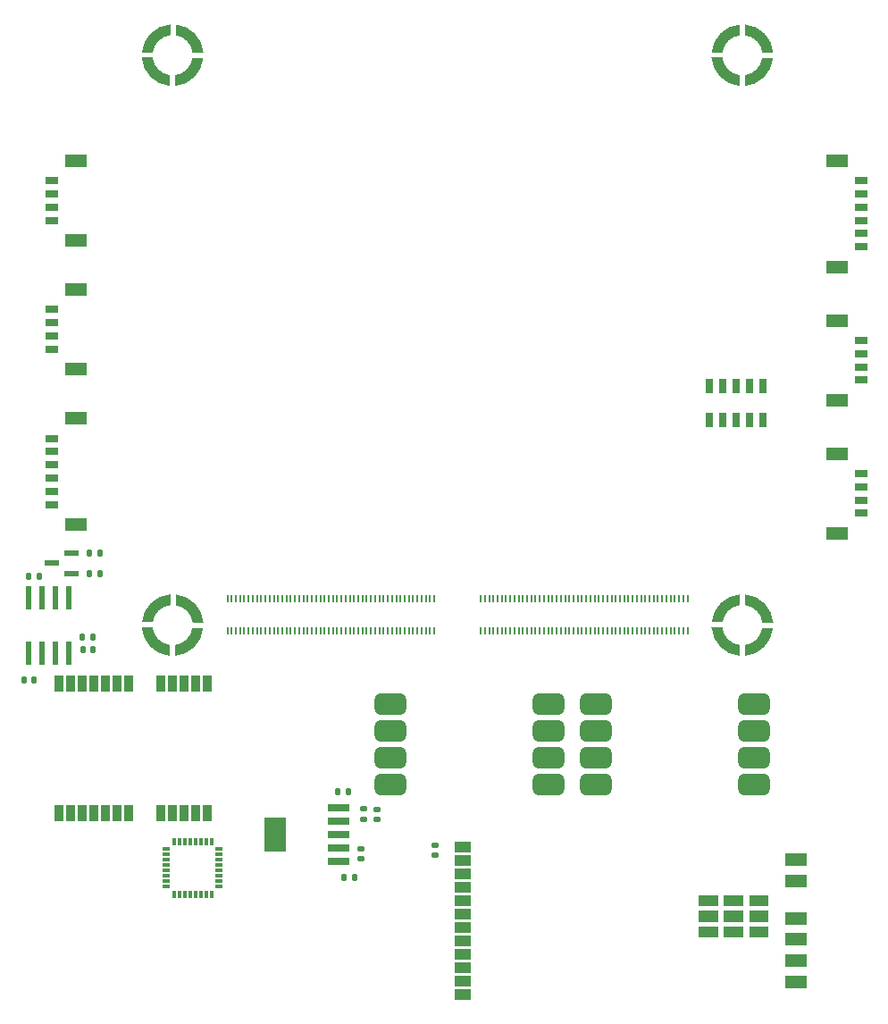
<source format=gbr>
%TF.GenerationSoftware,KiCad,Pcbnew,8.0.4*%
%TF.CreationDate,2024-08-06T11:45:16-05:00*%
%TF.ProjectId,sqrt_of_g_temp,73717274-5f6f-4665-9f67-5f74656d702e,1.0.1*%
%TF.SameCoordinates,Original*%
%TF.FileFunction,Paste,Top*%
%TF.FilePolarity,Positive*%
%FSLAX46Y46*%
G04 Gerber Fmt 4.6, Leading zero omitted, Abs format (unit mm)*
G04 Created by KiCad (PCBNEW 8.0.4) date 2024-08-06 11:45:16*
%MOMM*%
%LPD*%
G01*
G04 APERTURE LIST*
G04 Aperture macros list*
%AMRoundRect*
0 Rectangle with rounded corners*
0 $1 Rounding radius*
0 $2 $3 $4 $5 $6 $7 $8 $9 X,Y pos of 4 corners*
0 Add a 4 corners polygon primitive as box body*
4,1,4,$2,$3,$4,$5,$6,$7,$8,$9,$2,$3,0*
0 Add four circle primitives for the rounded corners*
1,1,$1+$1,$2,$3*
1,1,$1+$1,$4,$5*
1,1,$1+$1,$6,$7*
1,1,$1+$1,$8,$9*
0 Add four rect primitives between the rounded corners*
20,1,$1+$1,$2,$3,$4,$5,0*
20,1,$1+$1,$4,$5,$6,$7,0*
20,1,$1+$1,$6,$7,$8,$9,0*
20,1,$1+$1,$8,$9,$2,$3,0*%
G04 Aperture macros list end*
%ADD10C,0.000000*%
%ADD11C,0.120000*%
%ADD12R,0.812800X1.625600*%
%ADD13RoundRect,0.135000X-0.135000X-0.185000X0.135000X-0.185000X0.135000X0.185000X-0.135000X0.185000X0*%
%ADD14R,1.200000X0.800000*%
%ADD15R,2.150000X1.300000*%
%ADD16RoundRect,0.135000X0.135000X0.185000X-0.135000X0.185000X-0.135000X-0.185000X0.135000X-0.185000X0*%
%ADD17RoundRect,0.500000X-1.000000X-0.500000X1.000000X-0.500000X1.000000X0.500000X-1.000000X0.500000X0*%
%ADD18R,0.740000X1.470000*%
%ADD19R,0.609600X2.209800*%
%ADD20R,0.304800X0.762000*%
%ADD21R,0.762000X0.304800*%
%ADD22R,0.200000X0.700000*%
%ADD23RoundRect,0.140000X-0.170000X0.140000X-0.170000X-0.140000X0.170000X-0.140000X0.170000X0.140000X0*%
%ADD24R,1.320800X0.558800*%
%ADD25RoundRect,0.140000X-0.140000X-0.170000X0.140000X-0.170000X0.140000X0.170000X-0.140000X0.170000X0*%
%ADD26R,1.500000X0.975000*%
%ADD27R,2.000000X1.300000*%
%ADD28RoundRect,0.140000X0.170000X-0.140000X0.170000X0.140000X-0.170000X0.140000X-0.170000X-0.140000X0*%
%ADD29R,2.000000X0.650000*%
%ADD30R,2.000000X3.200000*%
%ADD31RoundRect,0.140000X0.140000X0.170000X-0.140000X0.170000X-0.140000X-0.170000X0.140000X-0.170000X0*%
%ADD32RoundRect,0.135000X0.185000X-0.135000X0.185000X0.135000X-0.185000X0.135000X-0.185000X-0.135000X0*%
G04 APERTURE END LIST*
D10*
%TO.C,H3*%
G36*
X173332924Y-111737517D02*
G01*
X173332924Y-111737517D01*
G75*
G03*
X174953613Y-113397515I1880676J215017D01*
G01*
X174953613Y-114427516D01*
G75*
G02*
X172304937Y-111737517I259987J2905016D01*
G01*
X173332924Y-111737517D01*
G37*
G36*
X175005624Y-109621415D02*
G01*
X175005624Y-109621415D01*
G75*
G03*
X173345626Y-111242104I214976J-1880685D01*
G01*
X172315625Y-111242104D01*
G75*
G02*
X175005624Y-108593428I2904975J-259996D01*
G01*
X175005624Y-109621415D01*
G37*
G36*
X178136566Y-111787292D02*
G01*
X178136566Y-111787292D01*
G75*
G02*
X175446567Y-114435968I-2904966J259992D01*
G01*
X175446567Y-113407981D01*
G75*
G03*
X177106565Y-111787292I-214967J1880681D01*
G01*
X178136566Y-111787292D01*
G37*
G36*
X175515859Y-108599134D02*
G01*
X175515859Y-108599134D01*
G75*
G02*
X178164535Y-111289133I-259959J-2904966D01*
G01*
X177136548Y-111289133D01*
G75*
G03*
X175515859Y-109629135I-1880648J-214967D01*
G01*
X175515859Y-108599134D01*
G37*
%TO.C,H4*%
G36*
X119332924Y-111737517D02*
G01*
X119332924Y-111737517D01*
G75*
G03*
X120953613Y-113397515I1880676J215017D01*
G01*
X120953613Y-114427516D01*
G75*
G02*
X118304937Y-111737517I259987J2905016D01*
G01*
X119332924Y-111737517D01*
G37*
G36*
X121005624Y-109621415D02*
G01*
X121005624Y-109621415D01*
G75*
G03*
X119345626Y-111242104I214976J-1880685D01*
G01*
X118315625Y-111242104D01*
G75*
G02*
X121005624Y-108593428I2904975J-259996D01*
G01*
X121005624Y-109621415D01*
G37*
G36*
X124136566Y-111787292D02*
G01*
X124136566Y-111787292D01*
G75*
G02*
X121446567Y-114435968I-2904966J259992D01*
G01*
X121446567Y-113407981D01*
G75*
G03*
X123106565Y-111787292I-214967J1880681D01*
G01*
X124136566Y-111787292D01*
G37*
G36*
X121515859Y-108599134D02*
G01*
X121515859Y-108599134D01*
G75*
G02*
X124164535Y-111289133I-259959J-2904966D01*
G01*
X123136548Y-111289133D01*
G75*
G03*
X121515859Y-109629135I-1880648J-214967D01*
G01*
X121515859Y-108599134D01*
G37*
%TO.C,H2*%
G36*
X173332924Y-57737517D02*
G01*
X173332924Y-57737517D01*
G75*
G03*
X174953613Y-59397515I1880676J215017D01*
G01*
X174953613Y-60427516D01*
G75*
G02*
X172304937Y-57737517I259987J2905016D01*
G01*
X173332924Y-57737517D01*
G37*
G36*
X175005624Y-55621415D02*
G01*
X175005624Y-55621415D01*
G75*
G03*
X173345626Y-57242104I214976J-1880685D01*
G01*
X172315625Y-57242104D01*
G75*
G02*
X175005624Y-54593428I2904975J-259996D01*
G01*
X175005624Y-55621415D01*
G37*
G36*
X178136566Y-57787292D02*
G01*
X178136566Y-57787292D01*
G75*
G02*
X175446567Y-60435968I-2904966J259992D01*
G01*
X175446567Y-59407981D01*
G75*
G03*
X177106565Y-57787292I-214967J1880681D01*
G01*
X178136566Y-57787292D01*
G37*
G36*
X175515859Y-54599134D02*
G01*
X175515859Y-54599134D01*
G75*
G02*
X178164535Y-57289133I-259959J-2904966D01*
G01*
X177136548Y-57289133D01*
G75*
G03*
X175515859Y-55629135I-1880648J-214967D01*
G01*
X175515859Y-54599134D01*
G37*
%TO.C,H1*%
G36*
X119332924Y-57737517D02*
G01*
X119332924Y-57737517D01*
G75*
G03*
X120953613Y-59397515I1880676J215017D01*
G01*
X120953613Y-60427516D01*
G75*
G02*
X118304937Y-57737517I259987J2905016D01*
G01*
X119332924Y-57737517D01*
G37*
G36*
X121005624Y-55621415D02*
G01*
X121005624Y-55621415D01*
G75*
G03*
X119345626Y-57242104I214976J-1880685D01*
G01*
X118315625Y-57242104D01*
G75*
G02*
X121005624Y-54593428I2904975J-259996D01*
G01*
X121005624Y-55621415D01*
G37*
G36*
X124136566Y-57787292D02*
G01*
X124136566Y-57787292D01*
G75*
G02*
X121446567Y-60435968I-2904966J259992D01*
G01*
X121446567Y-59407981D01*
G75*
G03*
X123106565Y-57787292I-214967J1880681D01*
G01*
X124136566Y-57787292D01*
G37*
G36*
X121515859Y-54599134D02*
G01*
X121515859Y-54599134D01*
G75*
G02*
X124164535Y-57289133I-259959J-2904966D01*
G01*
X123136548Y-57289133D01*
G75*
G03*
X121515859Y-55629135I-1880648J-214967D01*
G01*
X121515859Y-54599134D01*
G37*
%TO.C,U6*%
D11*
X172832500Y-138040000D02*
X171097500Y-138040000D01*
X171097500Y-137100000D01*
X172832500Y-137100000D01*
X172832500Y-138040000D01*
G36*
X172832500Y-138040000D02*
G01*
X171097500Y-138040000D01*
X171097500Y-137100000D01*
X172832500Y-137100000D01*
X172832500Y-138040000D01*
G37*
X172832500Y-139530000D02*
X171097500Y-139530000D01*
X171097500Y-138590000D01*
X172832500Y-138590000D01*
X172832500Y-139530000D01*
G36*
X172832500Y-139530000D02*
G01*
X171097500Y-139530000D01*
X171097500Y-138590000D01*
X172832500Y-138590000D01*
X172832500Y-139530000D01*
G37*
X172832500Y-141020000D02*
X171097500Y-141020000D01*
X171097500Y-140080000D01*
X172832500Y-140080000D01*
X172832500Y-141020000D01*
G36*
X172832500Y-141020000D02*
G01*
X171097500Y-141020000D01*
X171097500Y-140080000D01*
X172832500Y-140080000D01*
X172832500Y-141020000D01*
G37*
X175227500Y-138040000D02*
X173492500Y-138040000D01*
X173492500Y-137100000D01*
X175227500Y-137100000D01*
X175227500Y-138040000D01*
G36*
X175227500Y-138040000D02*
G01*
X173492500Y-138040000D01*
X173492500Y-137100000D01*
X175227500Y-137100000D01*
X175227500Y-138040000D01*
G37*
X175227500Y-139530000D02*
X173492500Y-139530000D01*
X173492500Y-138590000D01*
X175227500Y-138590000D01*
X175227500Y-139530000D01*
G36*
X175227500Y-139530000D02*
G01*
X173492500Y-139530000D01*
X173492500Y-138590000D01*
X175227500Y-138590000D01*
X175227500Y-139530000D01*
G37*
X175227500Y-141020000D02*
X173492500Y-141020000D01*
X173492500Y-140080000D01*
X175227500Y-140080000D01*
X175227500Y-141020000D01*
G36*
X175227500Y-141020000D02*
G01*
X173492500Y-141020000D01*
X173492500Y-140080000D01*
X175227500Y-140080000D01*
X175227500Y-141020000D01*
G37*
X177622500Y-138040000D02*
X175887500Y-138040000D01*
X175887500Y-137100000D01*
X177622500Y-137100000D01*
X177622500Y-138040000D01*
G36*
X177622500Y-138040000D02*
G01*
X175887500Y-138040000D01*
X175887500Y-137100000D01*
X177622500Y-137100000D01*
X177622500Y-138040000D01*
G37*
X177622500Y-139530000D02*
X175887500Y-139530000D01*
X175887500Y-138590000D01*
X177622500Y-138590000D01*
X177622500Y-139530000D01*
G36*
X177622500Y-139530000D02*
G01*
X175887500Y-139530000D01*
X175887500Y-138590000D01*
X177622500Y-138590000D01*
X177622500Y-139530000D01*
G37*
X177622500Y-141020000D02*
X175887500Y-141020000D01*
X175887500Y-140080000D01*
X177622500Y-140080000D01*
X177622500Y-141020000D01*
G36*
X177622500Y-141020000D02*
G01*
X175887500Y-141020000D01*
X175887500Y-140080000D01*
X177622500Y-140080000D01*
X177622500Y-141020000D01*
G37*
%TD*%
D12*
%TO.C,U7*%
X110490000Y-129289903D03*
X111590000Y-129289903D03*
X112690000Y-129289903D03*
X113790000Y-129289903D03*
X114890000Y-129289903D03*
X115990000Y-129289903D03*
X117090000Y-129289903D03*
X120090000Y-129289903D03*
X121190000Y-129289903D03*
X122290000Y-129289903D03*
X123390000Y-129289903D03*
X124490000Y-129289903D03*
X124490000Y-117089903D03*
X123390000Y-117089903D03*
X122290000Y-117089903D03*
X121190000Y-117089903D03*
X120090000Y-117089903D03*
X117090000Y-117089903D03*
X115990000Y-117089903D03*
X114890000Y-117089903D03*
X113790000Y-117089903D03*
X112690000Y-117089903D03*
X111590000Y-117089903D03*
X110490000Y-117089903D03*
%TD*%
D13*
%TO.C,R1*%
X137490001Y-135440000D03*
X138509999Y-135440000D03*
%TD*%
D14*
%TO.C,J12*%
X109780000Y-93825349D03*
X109780000Y-95075348D03*
X109780000Y-96325349D03*
X109780000Y-97575348D03*
X109780000Y-98825349D03*
X109780000Y-100075348D03*
D15*
X112074999Y-91925348D03*
X112074998Y-101975350D03*
%TD*%
D16*
%TO.C,R22*%
X113720000Y-112640000D03*
X112700002Y-112640000D03*
%TD*%
D17*
%TO.C,U9*%
X141860000Y-118980000D03*
X141860000Y-121520000D03*
X141860000Y-124060000D03*
X141860000Y-126600000D03*
X156860000Y-118980000D03*
X156860000Y-121520000D03*
X156860000Y-124060000D03*
X156860000Y-126600000D03*
%TD*%
D16*
%TO.C,R31*%
X108608100Y-106886200D03*
X107588100Y-106886200D03*
%TD*%
D14*
%TO.C,J4*%
X186474999Y-75654999D03*
X186474999Y-74405000D03*
X186474999Y-73154999D03*
X186474999Y-71905000D03*
X186474999Y-70654999D03*
X186474999Y-69405000D03*
D15*
X184180000Y-77555000D03*
X184180001Y-67504998D03*
%TD*%
D14*
%TO.C,J2*%
X109780000Y-69405349D03*
X109780000Y-70655348D03*
X109780000Y-71905349D03*
X109780000Y-73155348D03*
D15*
X112074999Y-67505348D03*
X112074998Y-75055350D03*
%TD*%
D18*
%TO.C,J5*%
X172060000Y-88825000D03*
X172060000Y-92055000D03*
X173330000Y-88825000D03*
X173330000Y-92055000D03*
X174600000Y-88825000D03*
X174600000Y-92055000D03*
X175870000Y-88825000D03*
X175870000Y-92055000D03*
X177140000Y-88825000D03*
X177140000Y-92055000D03*
%TD*%
D13*
%TO.C,R3*%
X136840001Y-127300000D03*
X137859999Y-127300000D03*
%TD*%
D19*
%TO.C,Q11*%
X111403099Y-108900000D03*
X110133099Y-108900000D03*
X108863099Y-108900000D03*
X107593099Y-108900000D03*
X107593099Y-114132400D03*
X108863099Y-114132400D03*
X110133099Y-114132400D03*
X111403099Y-114132400D03*
%TD*%
D16*
%TO.C,R29*%
X114377101Y-104697500D03*
X113357101Y-104697500D03*
%TD*%
D14*
%TO.C,J11*%
X109780000Y-81615350D03*
X109780000Y-82865349D03*
X109780000Y-84115350D03*
X109780000Y-85365349D03*
D15*
X112074999Y-79715349D03*
X112074998Y-87265351D03*
%TD*%
D20*
%TO.C,U8*%
X124908393Y-131998587D03*
X124408393Y-131998587D03*
X123908393Y-131998587D03*
X123408393Y-131998587D03*
X122908393Y-131998587D03*
X122408393Y-131998587D03*
X121908393Y-131998587D03*
X121408393Y-131998587D03*
D21*
X120658393Y-132748587D03*
X120658393Y-133248587D03*
X120658393Y-133748587D03*
X120658393Y-134248587D03*
X120658393Y-134748587D03*
X120658393Y-135248587D03*
X120658393Y-135748587D03*
X120658393Y-136248587D03*
D20*
X121408393Y-136998587D03*
X121908393Y-136998587D03*
X122408393Y-136998587D03*
X122908393Y-136998587D03*
X123408393Y-136998587D03*
X123908393Y-136998587D03*
X124408393Y-136998587D03*
X124908393Y-136998587D03*
D21*
X125658393Y-136248587D03*
X125658393Y-135748587D03*
X125658393Y-135248587D03*
X125658393Y-134748587D03*
X125658393Y-134248587D03*
X125658393Y-133748587D03*
X125658393Y-133248587D03*
X125658393Y-132748587D03*
%TD*%
D22*
%TO.C,J6*%
X170030000Y-112048000D03*
X170030000Y-108968000D03*
X169630000Y-112048000D03*
X169630000Y-108968000D03*
X169230000Y-112047999D03*
X169230000Y-108968001D03*
X168830000Y-112048000D03*
X168830000Y-108968000D03*
X168430000Y-112048000D03*
X168430000Y-108968000D03*
X168029999Y-112048000D03*
X168029999Y-108968000D03*
X167630000Y-112048000D03*
X167630000Y-108968000D03*
X167230000Y-112048000D03*
X167230000Y-108968000D03*
X166830000Y-112048000D03*
X166830000Y-108968000D03*
X166430000Y-112047999D03*
X166430000Y-108968001D03*
X166030000Y-112048000D03*
X166030000Y-108968000D03*
X165630000Y-112048000D03*
X165630000Y-108968000D03*
X165229999Y-112048000D03*
X165229999Y-108968000D03*
X164830000Y-112048000D03*
X164830000Y-108968000D03*
X164430000Y-112048000D03*
X164430000Y-108968000D03*
X164030000Y-112048000D03*
X164030000Y-108968000D03*
X163630000Y-112047999D03*
X163630000Y-108968001D03*
X163230000Y-112048000D03*
X163230000Y-108968000D03*
X162830000Y-112048000D03*
X162830000Y-108968000D03*
X162429999Y-112048000D03*
X162429999Y-108968000D03*
X162030000Y-112048000D03*
X162030000Y-108968000D03*
X161630000Y-112048000D03*
X161630000Y-108968000D03*
X161230000Y-112048000D03*
X161230000Y-108968000D03*
X160830001Y-112048000D03*
X160830001Y-108968000D03*
X160430000Y-112048000D03*
X160430000Y-108968000D03*
X160030000Y-112048000D03*
X160030000Y-108968000D03*
X159629999Y-112048000D03*
X159629999Y-108968000D03*
X159230000Y-112048000D03*
X159230000Y-108968000D03*
X158830000Y-112048000D03*
X158830000Y-108968000D03*
X158430000Y-112048000D03*
X158430000Y-108968000D03*
X158030001Y-112048000D03*
X158030001Y-108968000D03*
X157630000Y-112048000D03*
X157630000Y-108968000D03*
X157230000Y-112048000D03*
X157230000Y-108968000D03*
X156830000Y-112047999D03*
X156830000Y-108968001D03*
X156430000Y-112048000D03*
X156430000Y-108968000D03*
X156030000Y-112048000D03*
X156030000Y-108968000D03*
X155630000Y-112048000D03*
X155630000Y-108968000D03*
X155230001Y-112048000D03*
X155230001Y-108968000D03*
X154830000Y-112048000D03*
X154830000Y-108968000D03*
X154430000Y-112048000D03*
X154430000Y-108968000D03*
X154030000Y-112047999D03*
X154030000Y-108968001D03*
X153630000Y-112048000D03*
X153630000Y-108968000D03*
X153230000Y-112048000D03*
X153230000Y-108968000D03*
X152830000Y-112048000D03*
X152830000Y-108968000D03*
X152430001Y-112048000D03*
X152430001Y-108968000D03*
X152030000Y-112048000D03*
X152030000Y-108968000D03*
X151630000Y-112048000D03*
X151630000Y-108968000D03*
X151230000Y-112047999D03*
X151230000Y-108968001D03*
X150830000Y-112048000D03*
X150830000Y-108968000D03*
X150430000Y-112048000D03*
X150430000Y-108968000D03*
%TD*%
D23*
%TO.C,C10*%
X146130000Y-132360000D03*
X146130000Y-133320000D03*
%TD*%
D14*
%TO.C,J1*%
X186474999Y-100919651D03*
X186474999Y-99669652D03*
X186474999Y-98419651D03*
X186474999Y-97169652D03*
D15*
X184180000Y-102819652D03*
X184180001Y-95269650D03*
%TD*%
D24*
%TO.C,Q10*%
X111670401Y-106610000D03*
X111670401Y-104705000D03*
X109790801Y-105657500D03*
%TD*%
D25*
%TO.C,C18*%
X112710001Y-113830000D03*
X113670001Y-113830000D03*
%TD*%
D13*
%TO.C,R30*%
X113357100Y-106597500D03*
X114377100Y-106597500D03*
%TD*%
D26*
%TO.C,U6*%
X148735000Y-132540000D03*
X148735000Y-133810000D03*
X148735000Y-135080000D03*
X148735000Y-136350000D03*
X148735000Y-137620000D03*
X148735000Y-138890000D03*
X148735000Y-140160000D03*
X148735000Y-141430000D03*
X148735000Y-142700000D03*
X148735000Y-143970000D03*
X148735000Y-145240000D03*
X148735000Y-146510000D03*
D27*
X180275000Y-145290000D03*
X180275000Y-143290000D03*
X180275000Y-141290000D03*
X180275000Y-139290000D03*
X180275000Y-135770000D03*
X180275000Y-133770000D03*
%TD*%
D28*
%TO.C,C1*%
X139090000Y-133680000D03*
X139090000Y-132720000D03*
%TD*%
D23*
%TO.C,C2*%
X140590000Y-128970000D03*
X140590000Y-129930000D03*
%TD*%
D29*
%TO.C,U1*%
X136980000Y-133930000D03*
X136980000Y-132660000D03*
X136980000Y-131390000D03*
X136980000Y-130120000D03*
X136980000Y-128850000D03*
D30*
X130980000Y-131390000D03*
%TD*%
D31*
%TO.C,C17*%
X108120000Y-116750000D03*
X107160000Y-116750000D03*
%TD*%
D17*
%TO.C,U10*%
X161340000Y-118980000D03*
X161340000Y-121520000D03*
X161340000Y-124060000D03*
X161340000Y-126600000D03*
X176340000Y-118980000D03*
X176340000Y-121520000D03*
X176340000Y-124060000D03*
X176340000Y-126600000D03*
%TD*%
D32*
%TO.C,R2*%
X139320000Y-129960000D03*
X139320000Y-128940000D03*
%TD*%
D14*
%TO.C,J3*%
X186474999Y-88287323D03*
X186474999Y-87037324D03*
X186474999Y-85787323D03*
X186474999Y-84537324D03*
D15*
X184180000Y-90187324D03*
X184180001Y-82637322D03*
%TD*%
D22*
%TO.C,J7*%
X146030000Y-112048000D03*
X146030000Y-108968000D03*
X145630000Y-112048000D03*
X145630000Y-108968000D03*
X145230000Y-112047999D03*
X145230000Y-108968001D03*
X144830000Y-112048000D03*
X144830000Y-108968000D03*
X144430000Y-112048000D03*
X144430000Y-108968000D03*
X144029999Y-112048000D03*
X144029999Y-108968000D03*
X143630000Y-112048000D03*
X143630000Y-108968000D03*
X143230000Y-112048000D03*
X143230000Y-108968000D03*
X142830000Y-112048000D03*
X142830000Y-108968000D03*
X142430000Y-112047999D03*
X142430000Y-108968001D03*
X142030000Y-112048000D03*
X142030000Y-108968000D03*
X141630000Y-112048000D03*
X141630000Y-108968000D03*
X141229999Y-112048000D03*
X141229999Y-108968000D03*
X140830000Y-112048000D03*
X140830000Y-108968000D03*
X140430000Y-112048000D03*
X140430000Y-108968000D03*
X140030000Y-112048000D03*
X140030000Y-108968000D03*
X139630000Y-112047999D03*
X139630000Y-108968001D03*
X139230000Y-112048000D03*
X139230000Y-108968000D03*
X138830000Y-112048000D03*
X138830000Y-108968000D03*
X138429999Y-112048000D03*
X138429999Y-108968000D03*
X138030000Y-112048000D03*
X138030000Y-108968000D03*
X137630000Y-112048000D03*
X137630000Y-108968000D03*
X137230000Y-112048000D03*
X137230000Y-108968000D03*
X136830001Y-112048000D03*
X136830001Y-108968000D03*
X136430000Y-112048000D03*
X136430000Y-108968000D03*
X136030000Y-112048000D03*
X136030000Y-108968000D03*
X135629999Y-112048000D03*
X135629999Y-108968000D03*
X135230000Y-112048000D03*
X135230000Y-108968000D03*
X134830000Y-112048000D03*
X134830000Y-108968000D03*
X134430000Y-112048000D03*
X134430000Y-108968000D03*
X134030001Y-112048000D03*
X134030001Y-108968000D03*
X133630000Y-112048000D03*
X133630000Y-108968000D03*
X133230000Y-112048000D03*
X133230000Y-108968000D03*
X132830000Y-112047999D03*
X132830000Y-108968001D03*
X132430000Y-112048000D03*
X132430000Y-108968000D03*
X132030000Y-112048000D03*
X132030000Y-108968000D03*
X131630000Y-112048000D03*
X131630000Y-108968000D03*
X131230001Y-112048000D03*
X131230001Y-108968000D03*
X130830000Y-112048000D03*
X130830000Y-108968000D03*
X130430000Y-112048000D03*
X130430000Y-108968000D03*
X130030000Y-112047999D03*
X130030000Y-108968001D03*
X129630000Y-112048000D03*
X129630000Y-108968000D03*
X129230000Y-112048000D03*
X129230000Y-108968000D03*
X128830000Y-112048000D03*
X128830000Y-108968000D03*
X128430001Y-112048000D03*
X128430001Y-108968000D03*
X128030000Y-112048000D03*
X128030000Y-108968000D03*
X127630000Y-112048000D03*
X127630000Y-108968000D03*
X127230000Y-112047999D03*
X127230000Y-108968001D03*
X126830000Y-112048000D03*
X126830000Y-108968000D03*
X126430000Y-112048000D03*
X126430000Y-108968000D03*
%TD*%
M02*

</source>
